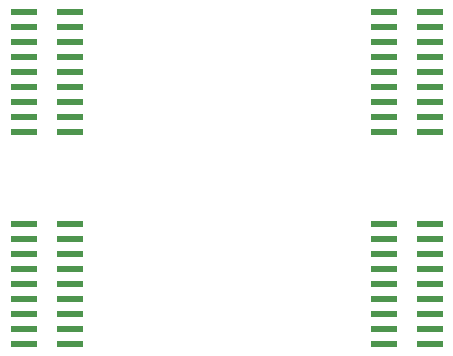
<source format=gbr>
G04 #@! TF.FileFunction,Paste,Top*
%FSLAX46Y46*%
G04 Gerber Fmt 4.6, Leading zero omitted, Abs format (unit mm)*
G04 Created by KiCad (PCBNEW 4.0.5) date Monday, February 26, 2018 'PMt' 04:13:09 PM*
%MOMM*%
%LPD*%
G01*
G04 APERTURE LIST*
%ADD10C,0.100000*%
%ADD11R,2.200000X0.560000*%
G04 APERTURE END LIST*
D10*
D11*
X137840000Y-101080000D03*
X133940000Y-101080000D03*
X137840000Y-99810000D03*
X133940000Y-99810000D03*
X137840000Y-98540000D03*
X133940000Y-98540000D03*
X137840000Y-97270000D03*
X133940000Y-97270000D03*
X137840000Y-96000000D03*
X133940000Y-96000000D03*
X137840000Y-94730000D03*
X133940000Y-94730000D03*
X137840000Y-93460000D03*
X133940000Y-93460000D03*
X137840000Y-92190000D03*
X133940000Y-92190000D03*
X137840000Y-90920000D03*
X133940000Y-90920000D03*
X164420000Y-90920000D03*
X168320000Y-90920000D03*
X164420000Y-92190000D03*
X168320000Y-92190000D03*
X164420000Y-93460000D03*
X168320000Y-93460000D03*
X164420000Y-94730000D03*
X168320000Y-94730000D03*
X164420000Y-96000000D03*
X168320000Y-96000000D03*
X164420000Y-97270000D03*
X168320000Y-97270000D03*
X164420000Y-98540000D03*
X168320000Y-98540000D03*
X164420000Y-99810000D03*
X168320000Y-99810000D03*
X164420000Y-101080000D03*
X168320000Y-101080000D03*
X164420000Y-108920000D03*
X168320000Y-108920000D03*
X164420000Y-110190000D03*
X168320000Y-110190000D03*
X164420000Y-111460000D03*
X168320000Y-111460000D03*
X164420000Y-112730000D03*
X168320000Y-112730000D03*
X164420000Y-114000000D03*
X168320000Y-114000000D03*
X164420000Y-115270000D03*
X168320000Y-115270000D03*
X164420000Y-116540000D03*
X168320000Y-116540000D03*
X164420000Y-117810000D03*
X168320000Y-117810000D03*
X164420000Y-119080000D03*
X168320000Y-119080000D03*
X137840000Y-119080000D03*
X133940000Y-119080000D03*
X137840000Y-117810000D03*
X133940000Y-117810000D03*
X137840000Y-116540000D03*
X133940000Y-116540000D03*
X137840000Y-115270000D03*
X133940000Y-115270000D03*
X137840000Y-114000000D03*
X133940000Y-114000000D03*
X137840000Y-112730000D03*
X133940000Y-112730000D03*
X137840000Y-111460000D03*
X133940000Y-111460000D03*
X137840000Y-110190000D03*
X133940000Y-110190000D03*
X137840000Y-108920000D03*
X133940000Y-108920000D03*
M02*

</source>
